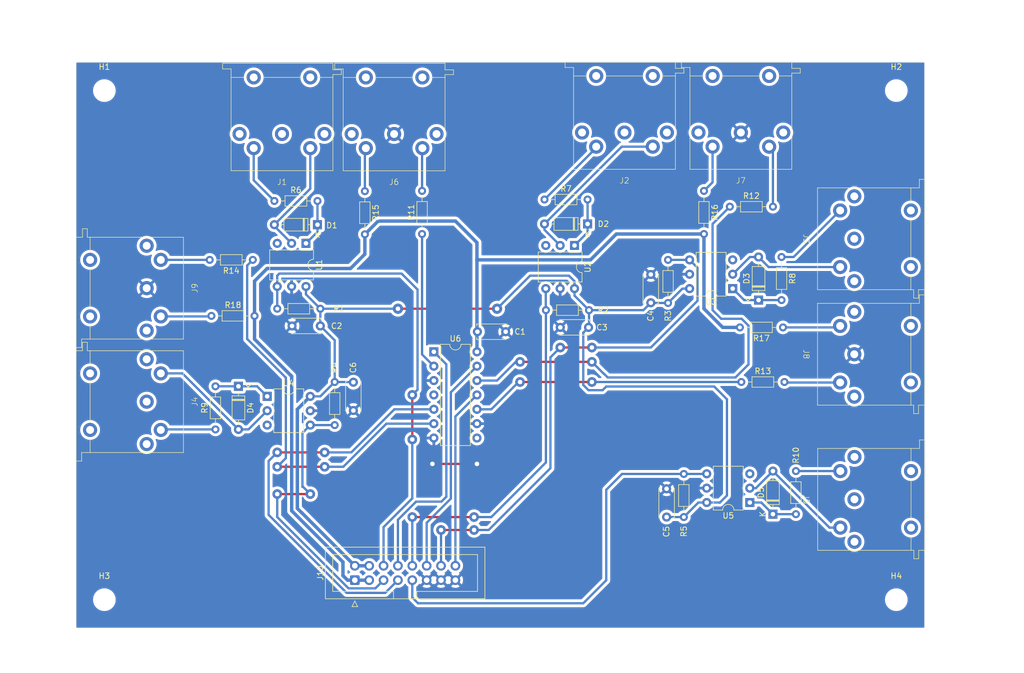
<source format=kicad_pcb>
(kicad_pcb (version 20240108) (generator "pcbnew") (generator_version "8.0")
  (layers (0 "F.Cu" signal) (31 "B.Cu" signal) (34 "B.Paste" user) (35 "F.Paste" user) (36 "B.SilkS" user "B.Silkscreen") (37 "F.SilkS" user "F.Silkscreen") (38 "B.Mask" user) (39 "F.Mask" user) (44 "Edge.Cuts" user))
  (net 0 "")
  (net 1 "+5V")
  (net 2 "GND")
  (net 3 "Net-(D1-A)")
  (net 4 "Net-(D1-K)")
  (net 5 "Net-(D2-A)")
  (net 6 "Net-(D2-K)")
  (net 7 "Net-(D3-A)")
  (net 8 "Net-(D3-K)")
  (net 9 "Net-(D4-A)")
  (net 10 "Net-(D4-K)")
  (net 11 "Net-(D5-A)")
  (net 12 "Net-(D5-K)")
  (net 14 "Net-(J1-Pad4)")
  (net 19 "Net-(J2-Pad4)")
  (net 23 "Net-(J3-Pad4)")
  (net 26 "Net-(J4-Pad4)")
  (net 32 "Net-(J5-Pad4)")
  (net 33 "Net-(J6-Pad5)")
  (net 35 "Net-(J6-Pad4)")
  (net 38 "Net-(J7-Pad4)")
  (net 39 "Net-(J7-Pad5)")
  (net 42 "Net-(J8-Pad5)")
  (net 43 "Net-(J8-Pad4)")
  (net 45 "Net-(J9-Pad5)")
  (net 48 "Net-(J9-Pad4)")
  (net 49 "/MIDI_OUT4")
  (net 50 "/MIDI_OUT3")
  (net 51 "/MIDI_IN1")
  (net 52 "/MIDI_IN4")
  (net 53 "/MIDI_IN_PED")
  (net 54 "/MIDI_IN3")
  (net 55 "/MIDI_OUT2")
  (net 56 "/MIDI_IN2")
  (net 57 "+3.3V")
  (net 58 "/MIDI_OUT1")
  (net 59 "Net-(R11-Pad1)")
  (net 60 "Net-(R12-Pad1)")
  (net 61 "Net-(R13-Pad1)")
  (net 62 "Net-(R14-Pad1)")
  (footprint "Custom_Connectors:DIN-5 MAB5P" (layer "F.Cu") (at 103.966 50.894)
    (property "Reference" "J1")
    (property "Value" "MIDI In 1")
  )
  (footprint "Diode_THT:D_DO-35_SOD27_P7.62mm_Horizontal" (layer "F.Cu") (at 157.988 66.802 180)
    (property "Reference" "D2")
    (property "Value" "1N4148")
  )
  (footprint "Resistor_THT:R_Axial_DIN0204_L3.6mm_D1.6mm_P7.62mm_Horizontal" (layer "F.Cu") (at 158.242 82.042 180)
    (property "Reference" "R2")
    (property "Value" "10k")
  )
  (footprint "Package_DIP:DIP-6_W7.62mm" (layer "F.Cu") (at 183.642 78.232 180)
    (property "Reference" "U3")
    (property "Value" "H11L1")
  )
  (footprint "Resistor_THT:R_Axial_DIN0204_L3.6mm_D1.6mm_P7.62mm_Horizontal" (layer "F.Cu") (at 118.618 61.01 -90)
    (property "Reference" "R15")
    (property "Value" "220")
  )
  (footprint "Resistor_THT:R_Axial_DIN0204_L3.6mm_D1.6mm_P7.62mm_Horizontal" (layer "F.Cu") (at 113.284 94.742 -90)
    (property "Reference" "R4")
    (property "Value" "10k")
  )
  (footprint "Package_DIP:DIP-6_W7.62mm" (layer "F.Cu") (at 186.67 116.048 180)
    (property "Reference" "U5")
    (property "Value" "H11L1")
  )
  (footprint "Diode_THT:D_DO-35_SOD27_P7.62mm_Horizontal" (layer "F.Cu") (at 188.214 80.264 90)
    (property "Reference" "D3")
    (property "Value" "1N4148")
  )
  (footprint "Resistor_THT:R_Axial_DIN0204_L3.6mm_D1.6mm_P7.62mm_Horizontal" (layer "F.Cu") (at 92.202 103.124 90)
    (property "Reference" "R9")
    (property "Value" "220")
  )
  (footprint "Diode_THT:D_DO-35_SOD27_P7.62mm_Horizontal" (layer "F.Cu") (at 190.754 118.11 90)
    (property "Reference" "D5")
    (property "Value" "1N4148")
  )
  (footprint "Capacitor_THT:C_Disc_D5.0mm_W2.5mm_P5.00mm" (layer "F.Cu") (at 110.744 84.836 180)
    (property "Reference" "C2")
    (property "Value" "100n")
  )
  (footprint "Capacitor_THT:C_Disc_D5.0mm_W2.5mm_P5.00mm" (layer "F.Cu") (at 116.586 94.782 -90)
    (property "Reference" "C6")
    (property "Value" "100n")
  )
  (footprint "Resistor_THT:R_Axial_DIN0204_L3.6mm_D1.6mm_P7.62mm_Horizontal" (layer "F.Cu") (at 183.134 63.754)
    (property "Reference" "R12")
    (property "Value" "220")
  )
  (footprint "Diode_THT:D_DO-35_SOD27_P7.62mm_Horizontal" (layer "F.Cu") (at 110.236 66.929 180)
    (property "Reference" "D1")
    (property "Value" "1N4148")
  )
  (footprint "Resistor_THT:R_Axial_DIN0204_L3.6mm_D1.6mm_P7.62mm_Horizontal" (layer "F.Cu") (at 128.728 68.58 90)
    (property "Reference" "R11")
    (property "Value" "220")
  )
  (footprint "Connector_IDC:IDC-Header_2x08_P2.54mm_Vertical" (layer "F.Cu") (at 116.84 129.775 90)
    (property "Reference" "J10")
    (property "Value" "MIDICon")
  )
  (footprint "Custom_Connectors:DIN-5 MAB5P" (layer "F.Cu") (at 205.138 89.836 -90)
    (property "Reference" "J8")
    (property "Value" "MIDI Out 3")
  )
  (footprint "Custom_Connectors:DIN-5 MAB5P" (layer "F.Cu") (at 80.042 98.218 90)
    (property "Reference" "J4")
    (property "Value" "MIDI In 4")
  )
  (footprint "Custom_Connectors:DIN-5 MAB5P" (layer "F.Cu") (at 123.786 50.902)
    (property "Reference" "J6")
    (property "Value" "MIDI Out 1")
  )
  (footprint "Resistor_THT:R_Axial_DIN0204_L3.6mm_D1.6mm_P7.62mm_Horizontal" (layer "F.Cu") (at 91.49 83.058)
    (property "Reference" "R18")
    (property "Value" "220")
  )
  (footprint "Package_DIP:DIP-14_W7.62mm" (layer "F.Cu") (at 130.81 89.408)
    (property "Reference" "U6")
    (property "Value" "74LS07")
  )
  (footprint "Package_DIP:DIP-6_W7.62mm" (layer "F.Cu") (at 101.346 97.282)
    (property "Reference" "U4")
    (property "Value" "H11L1")
  )
  (footprint "Resistor_THT:R_Axial_DIN0204_L3.6mm_D1.6mm_P7.62mm_Horizontal" (layer "F.Cu") (at 172.212 80.772 90)
    (property "Reference" "R3")
    (property "Value" "10k")
  )
  (footprint "Package_DIP:DIP-6_W7.62mm" (layer "F.Cu") (at 155.677 70.607 -90)
    (property "Reference" "U2")
    (property "Value" "H11L1")
  )
  (footprint "Resistor_THT:R_Axial_DIN0204_L3.6mm_D1.6mm_P7.62mm_Horizontal" (layer "F.Cu") (at 175.006 118.618 90)
    (property "Reference" "R5")
    (property "Value" "10k")
  )
  (footprint "Diode_THT:D_DO-35_SOD27_P7.62mm_Horizontal" (layer "F.Cu") (at 96.266 95.504 -90)
    (property "Reference" "D4")
    (property "Value" "1N4148")
  )
  (footprint "Resistor_THT:R_Axial_DIN0204_L3.6mm_D1.6mm_P7.62mm_Horizontal" (layer "F.Cu") (at 192.278 72.644 -90)
    (property "Reference" "R8")
    (property "Value" "220")
  )
  (footprint "Resistor_THT:R_Axial_DIN0204_L3.6mm_D1.6mm_P7.62mm_Horizontal" (layer "F.Cu") (at 102.616 62.738)
    (property "Reference" "R6")
    (property "Value" "220")
  )
  (footprint "Resistor_THT:R_Axial_DIN0204_L3.6mm_D1.6mm_P7.62mm_Horizontal" (layer "F.Cu") (at 194.818 110.49 -90)
    (property "Reference" "R10")
    (property "Value" "220")
  )
  (footprint "Resistor_THT:R_Axial_DIN0204_L3.6mm_D1.6mm_P7.62mm_Horizontal" (layer "F.Cu") (at 150.368 62.484)
    (property "Reference" "R7")
    (property "Value" "220")
  )
  (footprint "Resistor_THT:R_Axial_DIN0204_L3.6mm_D1.6mm_P7.62mm_Horizontal" (layer "F.Cu") (at 110.744 81.788 180)
    (property "Reference" "R1")
    (property "Value" "10k")
  )
  (footprint "Resistor_THT:R_Axial_DIN0204_L3.6mm_D1.6mm_P7.62mm_Horizontal" (layer "F.Cu") (at 192.532 85.09 180)
    (property "Reference" "R17")
    (property "Value" "220")
  )
  (footprint "MountingHole:MountingHole_3.2mm_M3" (layer "F.Cu") (at 72.564 133.227)
    (property "Reference" "H3")
    (property "Value" "MountingHole")
  )
  (footprint "MountingHole:MountingHole_3.2mm_M3" (layer "F.Cu") (at 212.564 43.227)
    (property "Reference" "H2")
    (property "Value" "MountingHole")
  )
  (footprint "Capacitor_THT:C_Disc_D5.0mm_W2.5mm_P5.00mm" (layer "F.Cu") (at 169.164 80.732 90)
    (property "Reference" "C4")
    (property "Value" "100n")
  )
  (footprint "MountingHole:MountingHole_3.2mm_M3" (layer "F.Cu") (at 72.564 43.227)
    (property "Reference" "H1")
    (property "Value" "MountingHole")
  )
  (footprint "Resistor_THT:R_Axial_DIN0204_L3.6mm_D1.6mm_P7.62mm_Horizontal" (layer "F.Cu") (at 98.806 73.152 180)
    (property "Reference" "R14")
    (property "Value" "220")
  )
  (footprint "MountingHole:MountingHole_3.2mm_M3" (layer "F.Cu") (at 212.564 133.227)
    (property "Reference" "H4")
    (property "Value" "MountingHole")
  )
  (footprint "Resistor_THT:R_Axial_DIN0204_L3.6mm_D1.6mm_P7.62mm_Horizontal" (layer "F.Cu") (at 178.562 60.96 -90)
    (property "Reference" "R16")
    (property "Value" "220")
  )
  (footprint "Capacitor_THT:C_Disc_D5.0mm_W2.5mm_P5.00mm" (layer "F.Cu") (at 138.51 85.852)
    (property "Reference" "C1")
    (property "Value" "100n")
  )
  (footprint "Custom_Connectors:DIN-5 MAB5P" (layer "F.Cu") (at 80.042 78.152 90)
    (property "Reference" "J9")
    (property "Value" "MIDI Out 4")
  )
  (footprint "Custom_Connectors:DIN-5 MAB5P" (layer "F.Cu") (at 164.512 50.64)
    (property "Reference" "J2")
    (property "Value" "MIDI In 2")
  )
  (footprint "Package_DIP:DIP-6_W7.62mm" (layer "F.Cu") (at 108.204 70.231 -90)
    (property "Reference" "U1")
    (property "Value" "H11L1")
  )
  (footprint "Resistor_THT:R_Axial_DIN0204_L3.6mm_D1.6mm_P7.62mm_Horizontal" (layer "F.Cu") (at 185.166 94.742)
    (property "Reference" "R13")
    (property "Value" "220")
  )
  (footprint "Custom_Connectors:DIN-5 MAB5P" (layer "F.Cu") (at 185.086 50.64)
    (property "Reference" "J7")
    (property "Value" "MIDI Out 2")
  )
  (footprint "Capacitor_THT:C_Disc_D5.0mm_W2.5mm_P5.00mm" (layer "F.Cu") (at 171.958 118.618 90)
    (property "Reference" "C5")
    (property "Value" "100n")
  )
  (footprint "Capacitor_THT:C_Disc_D5.0mm_W2.5mm_P5.00mm" (layer "F.Cu") (at 158.162 85.09 180)
    (property "Reference" "C3")
    (property "Value" "100n")
  )
  (footprint "Custom_Connectors:DIN-5 MAB5P" (layer "F.Cu") (at 205.138 69.422 -90)
    (property "Reference" "J3")
    (property "Value" "MIDI In 3")
  )
  (footprint "Custom_Connectors:DIN-5 MAB5P" (layer "F.Cu") (at 205.168 115.49 -90)
    (property "Reference" "J5")
    (property "Value" "MIDI In Pedal")
  )
  (gr_rect (start 67.564 38.227) (end 217.564 138.227) (stroke (width 0.05)) (fill none) (layer "Edge.Cuts"))
  (segment (start 114.726393 126.554607) (end 114.745393 126.554607) (width 0.6) (layer "B.Cu") (net 1))
  (segment (start 138.43 70.104) (end 138.43 73.152) (width 0.6) (layer "B.Cu") (net 1))
  (segment (start 116.078 74.676) (end 118.618 72.136) (width 0.6) (layer "B.Cu") (net 1))
  (segment (start 118.618 68.63) (end 120.954 66.294) (width 0.6) (layer "B.Cu") (net 1))
  (segment (start 158.496 73.152) (end 138.43 73.152) (width 0.6) (layer "B.Cu") (net 1))
  (segment (start 99.11 76.912) (end 101.346 74.676) (width 0.6) (layer "B.Cu") (net 1))
  (segment (start 163.068 68.58) (end 158.496 73.152) (width 0.6) (layer "B.Cu") (net 1))
  (segment (start 105.679999 117.508213) (end 114.726393 126.554607) (width 0.6) (layer "B.Cu") (net 1))
  (segment (start 101.346 74.676) (end 116.078 74.676) (width 0.6) (layer "B.Cu") (net 1))
  (segment (start 114.745393 126.554607) (end 114.745393 128.969393) (width 0.6) (layer "B.Cu") (net 1))
  (segment (start 181.864 85.09) (end 184.912 85.09) (width 0.6) (layer "B.Cu") (net 1))
  (segment (start 138.43 89.408) (end 138.43 73.152) (width 0.6) (layer "B.Cu") (net 1))
  (segment (start 178.562 81.788) (end 181.864 85.09) (width 0.6) (layer "B.Cu") (net 1))
  (segment (start 114.745393 128.969393) (end 115.551 129.775) (width 0.6) (layer "B.Cu") (net 1))
  (segment (start 105.41 93.472) (end 105.68 93.742) (width 0.6) (layer "B.Cu") (net 1))
  (segment (start 120.954 66.294) (end 134.62 66.294) (width 0.6) (layer "B.Cu") (net 1))
  (segment (start 105.41 93.469208) (end 105.41 93.472) (width 0.6) (layer "B.Cu") (net 1))
  (segment (start 178.562 68.58) (end 178.562 81.788) (width 0.6) (layer "B.Cu") (net 1))
  (segment (start 99.11 83.058) (end 99.11 87.169208) (width 0.6) (layer "B.Cu") (net 1))
  (segment (start 119.38 129.775) (end 116.84 129.775) (width 0.6) (layer "B.Cu") (net 1))
  (segment (start 99.11 87.169208) (end 105.41 93.469208) (width 0.6) (layer "B.Cu") (net 1))
  (segment (start 118.618 72.136) (end 118.618 68.63) (width 0.6) (layer "B.Cu") (net 1))
  (segment (start 99.11 83.058) (end 99.11 76.912) (width 0.6) (layer "B.Cu") (net 1))
  (segment (start 134.62 66.294) (end 138.43 70.104) (width 0.6) (layer "B.Cu") (net 1))
  (segment (start 105.68 93.742) (end 105.679999 117.508213) (width 0.6) (layer "B.Cu") (net 1))
  (segment (start 178.562 68.58) (end 163.068 68.58) (width 0.6) (layer "B.Cu") (net 1))
  (segment (start 115.551 129.775) (end 116.84 129.775) (width 0.6) (layer "B.Cu") (net 1))
  (segment (start 130.556 109.22) (end 138.43 109.22) (width 0.4) (layer "F.Cu") (net 2))
  (via (at 130.556 109.22) (size 1.7) (drill 0.8) (layers "F.Cu" "B.Cu") (net 2))
  (via (at 138.43 109.22) (size 1.7) (drill 0.8) (layers "F.Cu" "B.Cu") (net 2))
  (segment (start 108.966 60.579) (end 108.966 53.394) (width 0.4) (layer "B.Cu") (net 3))
  (segment (start 102.616 66.929) (end 108.966 60.579) (width 0.4) (layer "B.Cu") (net 3))
  (segment (start 105.664 70.231) (end 102.616 67.183) (width 0.4) (layer "B.Cu") (net 3))
  (segment (start 110.236 68.199) (end 108.204 70.231) (width 0.4) (layer "B.Cu") (net 4))
  (segment (start 110.236 62.738) (end 110.236 66.929) (width 0.4) (layer "B.Cu") (net 4))
  (segment (start 110.236 66.929) (end 110.236 68.199) (width 0.4) (layer "B.Cu") (net 4))
  (segment (start 164.03 53.14) (end 169.512 53.14) (width 0.4) (layer "B.Cu") (net 5))
  (segment (start 150.368 66.802) (end 164.03 53.14) (width 0.4) (layer "B.Cu") (net 5))
  (segment (start 150.368 67.838) (end 150.368 66.802) (width 0.4) (layer "B.Cu") (net 5))
  (segment (start 153.137 70.607) (end 150.368 67.838) (width 0.4) (layer "B.Cu") (net 5))
  (segment (start 157.988 68.296) (end 155.677 70.607) (width 0.4) (layer "B.Cu") (net 6))
  (segment (start 157.988 66.802) (end 157.988 68.296) (width 0.4) (layer "B.Cu") (net 6))
  (segment (start 157.988 62.484) (end 157.988 66.802) (width 0.4) (layer "B.Cu") (net 6))
  (segment (start 189.992 74.422) (end 202.638 74.422) (width 0.4) (layer "B.Cu") (net 7))
  (segment (start 188.214 72.644) (end 186.69 72.644) (width 0.4) (layer "B.Cu") (net 7))
  (segment (start 186.69 72.644) (end 183.642 75.692) (width 0.4) (layer "B.Cu") (net 7))
  (segment (start 188.214 72.644) (end 189.992 74.422) (width 0.4) (layer "B.Cu") (net 7))
  (segment (start 188.214 80.264) (end 192.278 80.264) (width 0.4) (layer "B.Cu") (net 8))
  (segment (start 183.642 78.232) (end 185.674 80.264) (width 0.4) (layer "B.Cu") (net 8))
  (segment (start 185.674 80.264) (end 188.214 80.264) (width 0.4) (layer "B.Cu") (net 8))
  (segment (start 96.266 103.124) (end 86.36 93.218) (width 0.4) (layer "B.Cu") (net 9))
  (segment (start 86.36 93.218) (end 82.542 93.218) (width 0.4) (layer "B.Cu") (net 9))
  (segment (start 101.346 99.822) (end 98.044 103.124) (width 0.4) (layer "B.Cu") (net 9))
  (segment (start 98.044 103.124) (end 96.266 103.124) (width 0.4) (layer "B.Cu") (net 9))
  (segment (start 96.266 95.504) (end 92.202 95.504) (width 0.4) (layer "B.Cu") (net 10))
  (segment (start 101.346 97.282) (end 99.568 95.504) (width 0.4) (layer "B.Cu") (net 10))
  (segment (start 99.568 95.504) (end 96.266 95.504) (width 0.4) (layer "B.Cu") (net 10))
  (segment (start 202.668 120.49) (end 200.754 120.49) (width 0.4) (layer "B.Cu") (net 11))
  (segment (start 200.754 120.49) (end 190.754 110.49) (width 0.4) (layer "B.Cu") (net 11))
  (segment (start 190.754 110.49) (end 187.736 113.508) (width 0.4) (layer "B.Cu") (net 11))
  (segment (start 187.736 113.508) (end 186.67 113.508) (width 0.4) (layer "B.Cu") (net 11))
  (segment (start 194.818 118.11) (end 190.754 118.11) (width 0.4) (layer "B.Cu") (net 12))
  (segment (start 188.692 116.048) (end 190.754 118.11) (width 0.4) (layer "B.Cu") (net 12))
  (segment (start 186.67 116.048) (end 188.692 116.048) (width 0.4) (layer "B.Cu") (net 12))
  (segment (start 98.966 59.088) (end 98.966 53.394) (width 0.4) (layer "B.Cu") (net 14))
  (segment (start 102.616 62.738) (end 98.966 59.088) (width 0.4) (layer "B.Cu") (net 14))
  (segment (start 150.368 62.484) (end 159.512 53.34) (width 0.4) (layer "B.Cu") (net 19))
  (segment (start 192.278 72.644) (end 194.416 72.644) (width 0.4) (layer "B.Cu") (net 23))
  (segment (start 194.416 72.644) (end 202.638 64.422) (width 0.4) (layer "B.Cu") (net 23))
  (segment (start 92.202 103.124) (end 82.636 103.124) (width 0.4) (layer "B.Cu") (net 26))
  (segment (start 194.818 110.49) (end 202.668 110.49) (width 0.4) (layer "B.Cu") (net 32))
  (segment (start 128.728 60.656) (end 128.728 53.46) (width 0.4) (layer "B.Cu") (net 33))
  (segment (start 118.618 61.01) (end 118.618 53.57) (width 0.4) (layer "B.Cu") (net 35))
  (segment (start 178.562 60.96) (end 180.086 59.436) (width 0.4) (layer "B.Cu") (net 38))
  (segment (start 180.086 59.436) (end 180.086 53.14) (width 0.4) (layer "B.Cu") (net 38))
  (segment (start 190.754 63.754) (end 190.754 53.808) (width 0.4) (layer "B.Cu") (net 39))
  (segment (start 202.638 94.836) (end 192.88 94.836) (width 0.4) (layer "B.Cu") (net 42))
  (segment (start 192.532 85.09) (end 202.384 85.09) (width 0.4) (layer "B.Cu") (net 43))
  (segment (start 82.542 73.152) (end 91.086 73.152) (width 0.4) (layer "B.Cu") (net 45))
  (segment (start 82.542 83.152) (end 91.396 83.152) (width 0.4) (layer "B.Cu") (net 48))
  (segment (start 103.124 107.188) (end 111.506 107.188) (width 0.4) (layer "F.Cu") (net 49))
  (via (at 103.124 107.188) (size 1.7) (drill 0.8) (layers "F.Cu" "B.Cu") (net 49))
  (via (at 111.506 107.188) (size 1.7) (drill 0.8) (layers "F.Cu" "B.Cu") (net 49))
  (segment (start 103.124 107.188) (end 101.6 108.712) (width 0.4) (layer "B.Cu") (net 49))
  (segment (start 122.21 132.025) (end 124.46 129.775) (width 0.4) (layer "B.Cu") (net 49))
  (segment (start 111.506 107.188) (end 116.21663 107.188) (width 0.4) (layer "B.Cu") (net 49))
  (segment (start 101.6 118.228162) (end 115.396838 132.025) (width 0.4) (layer "B.Cu") (net 49))
  (segment (start 123.83663 99.568) (end 130.81 99.568) (width 0.4) (layer "B.Cu") (net 49))
  (segment (start 101.6 108.712) (end 101.6 118.228162) (width 0.4) (layer "B.Cu") (net 49))
  (segment (start 116.21663 107.188) (end 123.83663 99.568) (width 0.4) (layer "B.Cu") (net 49))
  (segment (start 115.396838 132.025) (end 122.21 132.025) (width 0.4) (layer "B.Cu") (net 49))
  (segment (start 134.62 127.235) (end 134.62 100.838) (width 0.4) (layer "B.Cu") (net 50))
  (segment (start 134.62 100.838) (end 138.43 97.028) (width 0.4) (layer "B.Cu") (net 50))
  (segment (start 127 104.902) (end 127 97.028) (width 0.4) (layer "F.Cu") (net 51))
  (via (at 127 104.902) (size 1.7) (drill 0.8) (layers "F.Cu" "B.Cu") (net 51))
  (via (at 127 97.028) (size 1.7) (drill 0.8) (layers "F.Cu" "B.Cu") (net 51))
  (segment (start 127.928 78.398) (end 125.106 75.576) (width 0.4) (layer "B.Cu") (net 51))
  (segment (start 103.494 75.576) (end 103.124 75.946) (width 0.4) (layer "B.Cu") (net 51))
  (segment (start 127 115.316) (end 127 104.902) (width 0.4) (layer "B.Cu") (net 51))
  (segment (start 125.106 75.576) (end 103.494 75.576) (width 0.4) (layer "B.Cu") (net 51))
  (segment (start 121.92 120.396) (end 127 115.316) (width 0.4) (layer "B.Cu") (net 51))
  (segment (start 103.124 75.946) (end 103.124 77.851) (width 0.4) (layer "B.Cu") (net 51))
  (segment (start 121.92 127.235) (end 121.92 120.396) (width 0.4) (layer "B.Cu") (net 51))
  (segment (start 127 97.028) (end 127.928 96.1) (width 0.4) (layer "B.Cu") (net 51))
  (segment (start 127.928 96.1) (end 127.928 78.398) (width 0.4) (layer "B.Cu") (net 51))
  (segment (start 103.124 81.788) (end 103.124 77.851) (width 0.4) (layer "B.Cu") (net 51))
  (segment (start 103.124 114.554) (end 108.966 114.554) (width 0.4) (layer "F.Cu") (net 52))
  (via (at 103.124 114.554) (size 1.7) (drill 0.8) (layers "F.Cu" "B.Cu") (net 52))
  (via (at 108.966 114.554) (size 1.7) (drill 0.8) (layers "F.Cu" "B.Cu") (net 52))
  (segment (start 107.58 113.284) (end 107.696 113.284) (width 0.4) (layer "B.Cu") (net 52))
  (segment (start 103.124 118.620792) (end 115.728208 131.225) (width 0.4) (layer "B.Cu") (net 52))
  (segment (start 108.966 102.362) (end 107.58 103.748) (width 0.4) (layer "B.Cu") (net 52))
  (segment (start 115.728208 131.225) (end 120.47 131.225) (width 0.4) (layer "B.Cu") (net 52))
  (segment (start 113.284 102.362) (end 108.966 102.362) (width 0.4) (layer "B.Cu") (net 52))
  (segment (start 107.696 113.284) (end 108.966 114.554) (width 0.4) (layer "B.Cu") (net 52))
  (segment (start 120.47 131.225) (end 121.92 129.775) (width 0.4) (layer "B.Cu") (net 52))
  (segment (start 103.124 114.554) (end 103.124 118.620792) (width 0.4) (layer "B.Cu") (net 52))
  (segment (start 107.58 103.748) (end 107.58 113.284) (width 0.4) (layer "B.Cu") (net 52))
  (segment (start 157.226 133.858) (end 161.29 129.794) (width 0.4) (layer "B.Cu") (net 53))
  (segment (start 161.29 129.794) (end 161.29 113.792) (width 0.4) (layer "B.Cu") (net 53))
  (segment (start 128.016 133.858) (end 157.226 133.858) (width 0.4) (layer "B.Cu") (net 53))
  (segment (start 127 132.842) (end 128.016 133.858) (width 0.4) (layer "B.Cu") (net 53))
  (segment (start 164.084 110.998) (end 175.006 110.998) (width 0.4) (layer "B.Cu") (net 53))
  (segment (start 175.006 110.998) (end 179.02 110.998) (width 0.4) (layer "B.Cu") (net 53))
  (segment (start 127 129.775) (end 127 132.842) (width 0.4) (layer "B.Cu") (net 53))
  (segment (start 161.29 113.792) (end 164.084 110.998) (width 0.4) (layer "B.Cu") (net 53))
  (segment (start 153.162 88.646) (end 158.75 88.646) (width 0.4) (layer "F.Cu") (net 54))
  (segment (start 132.08 120.904) (end 137.922 120.904) (width 0.4) (layer "F.Cu") (net 54))
  (via (at 132.08 120.904) (size 1.7) (drill 0.8) (layers "F.Cu" "B.Cu") (net 54))
  (via (at 158.75 88.646) (size 1.7) (drill 0.8) (layers "F.Cu" "B.Cu") (net 54))
  (via (at 153.162 88.646) (size 1.7) (drill 0.8) (layers "F.Cu" "B.Cu") (net 54))
  (via (at 137.922 120.904) (size 1.7) (drill 0.8) (layers "F.Cu" "B.Cu") (net 54))
  (segment (start 140.50039 120.904) (end 137.922 120.904) (width 0.4) (layer "B.Cu") (net 54))
  (segment (start 169.164 88.646) (end 177.422 80.388) (width 0.4) (layer "B.Cu") (net 54))
  (segment (start 158.75 88.646) (end 169.164 88.646) (width 0.4) (layer "B.Cu") (net 54))
  (segment (start 172.212 73.152) (end 176.022 73.152) (width 0.4) (layer "B.Cu") (net 54))
  (segment (start 151.422 90.386) (end 151.422 109.98239) (width 0.4) (layer "B.Cu") (net 54))
  (segment (start 177.422 80.388) (end 177.422 74.552) (width 0.4) (layer "B.Cu") (net 54))
  (segment (start 132.08 127.235) (end 132.08 120.904) (width 0.4) (layer "B.Cu") (net 54))
  (segment (start 153.162 88.646) (end 151.422 90.386) (width 0.4) (layer "B.Cu") (net 54))
  (segment (start 177.422 74.552) (end 176.022 73.152) (width 0.4) (layer "B.Cu") (net 54))
  (segment (start 151.422 109.98239) (end 140.50039 120.904) (width 0.4) (layer "B.Cu") (net 54))
  (segment (start 129.54 127.235) (end 129.54 119.634) (width 0.4) (layer "B.Cu") (net 55))
  (segment (start 129.54 119.634) (end 133.82 115.354) (width 0.4) (layer "B.Cu") (net 55))
  (segment (start 133.82 115.354) (end 133.82 96.558) (width 0.4) (layer "B.Cu") (net 55))
  (segment (start 133.82 96.558) (end 138.43 91.948) (width 0.4) (layer "B.Cu") (net 55))
  (segment (start 137.922 118.618) (end 127 118.618) (width 0.4) (layer "F.Cu") (net 56))
  (via (at 137.922 118.618) (size 1.7) (drill 0.8) (layers "F.Cu" "B.Cu") (net 56))
  (via (at 127 118.618) (size 1.7) (drill 0.8) (layers "F.Cu" "B.Cu") (net 56))
  (segment (start 150.622 82.042) (end 150.622 108.966) (width 0.4) (layer "B.Cu") (net 56))
  (segment (start 140.97 118.618) (end 137.922 118.618) (width 0.4) (layer "B.Cu") (net 56))
  (segment (start 150.622 108.966) (end 140.97 118.618) (width 0.4) (layer "B.Cu") (net 56))
  (segment (start 127 118.618) (end 127 127.235) (width 0.4) (layer "B.Cu") (net 56))
  (segment (start 150.597 78.227) (end 150.597 82.017) (width 0.4) (layer "B.Cu") (net 56))
  (segment (start 124.46 81.788) (end 141.986 81.788) (width 0.4) (layer "F.Cu") (net 57))
  (via (at 141.986 81.788) (size 1.8) (drill 0.8) (layers "F.Cu" "B.Cu") (net 57))
  (via (at 124.46 81.788) (size 1.8) (drill 0.8) (layers "F.Cu" "B.Cu") (net 57))
  (segment (start 141.986 81.788) (end 147.828 75.946) (width 0.4) (layer "B.Cu") (net 57))
  (segment (start 175.006 118.618) (end 171.958 118.618) (width 0.4) (layer "B.Cu") (net 57))
  (segment (start 161.29 95.542) (end 160.64 96.192) (width 0.4) (layer "B.Cu") (net 57))
  (segment (start 113.284 94.742) (end 116.546 94.742) (width 0.4) (layer "B.Cu") (net 57))
  (segment (start 108.204 79.248) (end 110.744 81.788) (width 0.4) (layer "B.Cu") (net 57))
  (segment (start 177.576 116.048) (end 175.006 118.618) (width 0.4) (layer "B.Cu") (net 57))
  (segment (start 119.38 127.235) (end 116.84 127.235) (width 0.6) (layer "B.Cu") (net 57))
  (segment (start 116.84 127.235) (end 107.466 117.861) (width 0.6) (layer "B.Cu") (net 57))
  (segment (start 157.226 86.026) (end 158.162 85.09) (width 0.4) (layer "B.Cu") (net 57))
  (segment (start 113.284 94.742) (end 113.284 87.376) (width 0.4) (layer "B.Cu") (net 57))
  (segment (start 182.626 97.79) (end 180.378 95.542) (width 0.4) (layer "B.Cu") (net 57))
  (segment (start 113.284 87.376) (end 110.744 84.836) (width 0.4) (layer "B.Cu") (net 57))
  (segment (start 160.64 96.192) (end 158.14939 96.192) (width 0.4) (layer "B.Cu") (net 57))
  (segment (start 110.744 81.788) (end 110.744 84.836) (width 0.4) (layer "B.Cu") (net 57))
  (segment (start 179.05 116.048) (end 177.576 116.048) (width 0.4) (layer "B.Cu") (net 57))
  (segment (start 147.828 75.946) (end 154.686 75.946) (width 0.4) (layer "B.Cu") (net 57))
  (segment (start 158.14939 96.192) (end 157.226 95.26861) (width 0.4) (layer "B.Cu") (net 57))
  (segment (start 158.242 82.042) (end 158.242 85.01) (width 0.4) (layer "B.Cu") (net 57))
  (segment (start 106.68 99.568) (end 108.966 97.282) (width 0.6) (layer "B.Cu") (net 57))
  (segment (start 110.744 97.282) (end 113.284 94.742) (width 0.4) (layer "B.Cu") (net 57))
  (segment (start 108.966 97.282) (end 110.744 97.282) (width 0.4) (layer "B.Cu") (net 57))
  (segment (start 154.686 75.946) (end 155.677 76.937) (width 0.4) (layer "B.Cu") (net 57))
  (segment (start 155.677 79.477) (end 158.242 82.042) (width 0.4) (layer "B.Cu") (net 57))
  (segment (start 167.854 82.042) (end 169.164 80.732) (width 0.4) (layer "B.Cu") (net 57))
  (segment (start 107.466 117.861) (end 107.447 117.861) (width 0.6) (layer "B.Cu") (net 57))
  (segment (start 176.022 78.232) (end 174.752 78.232) (width 0.4) (layer "B.Cu") (net 57))
  (segment (start 108.204 77.851) (end 108.204 79.248) (width 0.4) (layer "B.Cu") (net 57))
  (segment (start 107.447 117.861) (end 106.68 117.094) (width 0.6) (layer "B.Cu") (net 57))
  (segment (start 158.242 82.042) (end 167.854 82.042) (width 0.4) (layer "B.Cu") (net 57))
  (segment (start 157.226 95.26861) (end 157.226 86.026) (width 0.4) (layer "B.Cu") (net 57))
  (segment (start 182.626 114.808) (end 182.626 97.79) (width 0.4) (layer "B.Cu") (net 57))
  (segment (start 179.05 116.048) (end 181.326 116.048) (width 0.4) (layer "B.Cu") (net 57))
  (segment (start 181.326 116.048) (end 181.356 116.078) (width 0.4) (layer "B.Cu") (net 57))
  (segment (start 181.356 116.078) (end 182.626 114.808) (width 0.4) (layer "B.Cu") (net 57))
  (segment (start 155.677 76.937) (end 155.677 78.227) (width 0.4) (layer "B.Cu") (net 57))
  (segment (start 110.744 81.788) (end 124.46 81.788) (width 0.4) (layer "B.Cu") (net 57))
  (segment (start 180.378 95.542) (end 161.29 95.542) (width 0.4) (layer "B.Cu") (net 57))
  (segment (start 174.752 78.232) (end 172.212 80.772) (width 0.4) (layer "B.Cu") (net 57))
  (segment (start 155.677 78.227) (end 155.677 79.477) (width 0.4) (layer "B.Cu") (net 57))
  (segment (start 172.212 80.772) (end 169.204 80.772) (width 0.4) (layer "B.Cu") (net 57))
  (segment (start 106.68 117.094) (end 106.68 99.568) (width 0.6) (layer "B.Cu") (net 57))
  (segment (start 132.149315 115.893315) (end 127.674075 115.893315) (width 0.4) (layer "B.Cu") (net 58))
  (segment (start 133.02 115.02263) (end 132.149315 115.893315) (width 0.4) (layer "B.Cu") (net 58))
  (segment (start 130.81 89.408) (end 133.02 91.618) (width 0.4) (layer "B.Cu") (net 58))
  (segment (start 124.46 119.10739) (end 124.46 127.235) (width 0.4) (layer "B.Cu") (net 58))
  (segment (start 127.674075 115.893315) (end 124.46 119.10739) (width 0.4) (layer "B.Cu") (net 58))
  (segment (start 133.02 91.618) (end 133.02 115.02263) (width 0.4) (layer "B.Cu") (net 58))
  (segment (start 128.728 89.866) (end 130.81 91.948) (width 0.4) (layer "B.Cu") (net 59))
  (segment (start 128.728 68.58) (end 128.728 89.866) (width 0.4) (layer "B.Cu") (net 59))
  (segment (start 146.05 91.186) (end 158.75 91.186) (width 0.4) (layer "F.Cu") (net 60))
  (via (at 158.75 91.186) (size 1.7) (drill 0.8) (layers "F.Cu" "B.Cu") (net 60))
  (via (at 146.05 91.186) (size 1.7) (drill 0.8) (layers "F.Cu" "B.Cu") (net 60))
  (segment (start 145.288 91.186) (end 141.986 94.488) (width 0.4) (layer "B.Cu") (net 60))
  (segment (start 146.05 91.186) (end 145.288 91.186) (width 0.4) (layer "B.Cu") (net 60))
  (segment (start 185.225082 83.564604) (end 181.611396 83.564604) (width 0.4) (layer "B.Cu") (net 60))
  (segment (start 186.436 84.775522) (end 185.225082 83.564604) (width 0.4) (layer "B.Cu") (net 60))
  (segment (start 186.436 91.633522) (end 184.127522 93.942) (width 0.4) (layer "B.Cu") (net 60))
  (segment (start 161.544 93.942) (end 184.127522 93.942) (width 0.4) (layer "B.Cu") (net 60))
  (segment (start 181.611396 83.564604) (end 180.086 82.039208) (width 0.4) (layer "B.Cu") (net 60))
  (segment (start 141.986 94.488) (end 138.43 94.488) (width 0.4) (layer "B.Cu") (net 60))
  (segment (start 160.856 93.292) (end 158.75 91.186) (width 0.4) (layer "B.Cu") (net 60))
  (segment (start 160.894 93.292) (end 160.856 93.292) (width 0.4) (layer "B.Cu") (net 60))
  (segment (start 180.086 82.039208) (end 180.086 66.802) (width 0.4) (layer "B.Cu") (net 60))
  (segment (start 161.544 93.942) (end 160.894 93.292) (width 0.4) (layer "B.Cu") (net 60))
  (segment (start 180.086 66.802) (end 183.134 63.754) (width 0.4) (layer "B.Cu") (net 60))
  (segment (start 186.436 91.633522) (end 186.436 84.775522) (width 0.4) (layer "B.Cu") (net 60))
  (segment (start 146.05 94.742) (end 158.75 94.742) (width 0.4) (layer "F.Cu") (net 61))
  (via (at 158.75 94.742) (size 1.7) (drill 0.8) (layers "F.Cu" "B.Cu") (net 61))
  (via (at 146.05 94.742) (size 1.7) (drill 0.8) (layers "F.Cu" "B.Cu") (net 61))
  (segment (start 140.97 99.568) (end 138.43 99.568) (width 0.4) (layer "B.Cu") (net 61))
  (segment (start 185.166 94.742) (end 158.75 94.742) (width 0.4) (layer "B.Cu") (net 61))
  (segment (start 146.05 94.742) (end 145.796 94.742) (width 0.4) (layer "B.Cu") (net 61))
  (segment (start 145.796 94.742) (end 140.97 99.568) (width 0.4) (layer "B.Cu") (net 61))
  (segment (start 103.124 109.728) (end 111.506 109.728) (width 0.4) (layer "F.Cu") (net 62))
  (via (at 111.506 109.728) (size 1.7) (drill 0.8) (layers "F.Cu" "B.Cu") (net 62))
  (via (at 103.124 109.728) (size 1.7) (drill 0.8) (layers "F.Cu" "B.Cu") (net 62))
  (segment (start 97.81 87.142) (end 104.648 93.98) (width 0.4) (layer "B.Cu") (net 62))
  (segment (start 122.428 102.108) (end 130.81 102.108) (width 0.4) (layer "B.Cu") (net 62))
  (segment (start 104.648 93.98) (end 104.648 108.204) (width 0.4) (layer "B.Cu") (net 62))
  (segment (start 114.808 109.728) (end 122.428 102.108) (width 0.4) (layer "B.Cu") (net 62))
  (segment (start 111.506 109.728) (end 114.808 109.728) (width 0.4) (layer "B.Cu") (net 62))
  (segment (start 97.81 74.148) (end 97.81 87.142) (width 0.4) (layer "B.Cu") (net 62))
  (segment (start 98.806 73.152) (end 97.81 74.148) (width 0.4) (layer "B.Cu") (net 62))
  (segment (start 104.648 108.204) (end 103.124 109.728) (width 0.4) (layer "B.Cu") (net 62))
  (zone (net 2) (net_name "GND") (layer "B.Cu") (connect_pads (clearance 0.5)) (min_thickness 0.25) (fill yes (thermal_gap 0.5) (thermal_bridge_width 0.5) (island_removal_mode 1) (island_area_min 10))
    (polygon (pts (xy 67.31 38.1) (xy 218.186 37.846) (xy 218.186 138.684) (xy 67.056 138.684)))
  )
)
</source>
